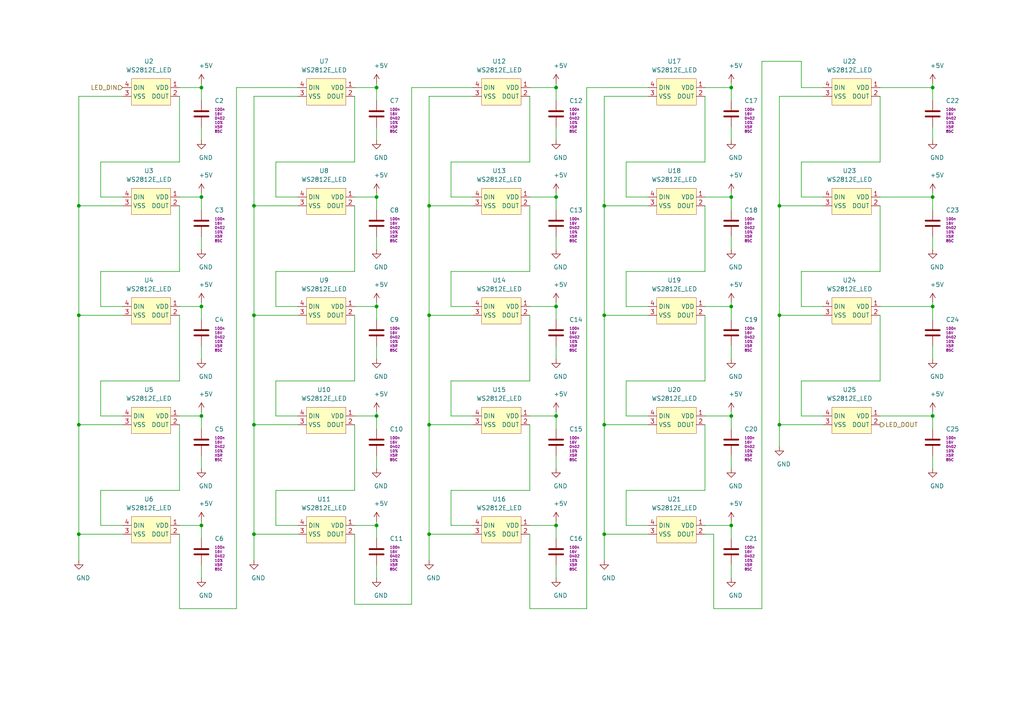
<source format=kicad_sch>
(kicad_sch (version 20201015) (generator eeschema)
  (paper "A4")
  (junction (at 22.86 59.69) (diameter 0.9144))
  (junction (at 22.86 91.44) (diameter 0.9144))
  (junction (at 22.86 123.19) (diameter 0.9144))
  (junction (at 22.86 154.94) (diameter 0.9144))
  (junction (at 58.42 25.4) (diameter 0.9144))
  (junction (at 58.42 57.15) (diameter 0.9144))
  (junction (at 58.42 88.9) (diameter 0.9144))
  (junction (at 58.42 120.65) (diameter 0.9144))
  (junction (at 58.42 152.4) (diameter 0.9144))
  (junction (at 73.66 59.69) (diameter 0.9144))
  (junction (at 73.66 91.44) (diameter 0.9144))
  (junction (at 73.66 123.19) (diameter 0.9144))
  (junction (at 73.66 154.94) (diameter 0.9144))
  (junction (at 109.22 25.4) (diameter 0.9144))
  (junction (at 109.22 57.15) (diameter 0.9144))
  (junction (at 109.22 88.9) (diameter 0.9144))
  (junction (at 109.22 120.65) (diameter 0.9144))
  (junction (at 109.22 152.4) (diameter 0.9144))
  (junction (at 124.46 59.69) (diameter 0.9144))
  (junction (at 124.46 91.44) (diameter 0.9144))
  (junction (at 124.46 123.19) (diameter 0.9144))
  (junction (at 124.46 154.94) (diameter 0.9144))
  (junction (at 161.29 25.4) (diameter 0.9144))
  (junction (at 161.29 57.15) (diameter 0.9144))
  (junction (at 161.29 88.9) (diameter 0.9144))
  (junction (at 161.29 120.65) (diameter 0.9144))
  (junction (at 161.29 152.4) (diameter 0.9144))
  (junction (at 175.26 59.69) (diameter 0.9144))
  (junction (at 175.26 91.44) (diameter 0.9144))
  (junction (at 175.26 123.19) (diameter 0.9144))
  (junction (at 175.26 154.94) (diameter 0.9144))
  (junction (at 212.09 25.4) (diameter 0.9144))
  (junction (at 212.09 57.15) (diameter 0.9144))
  (junction (at 212.09 88.9) (diameter 0.9144))
  (junction (at 212.09 120.65) (diameter 0.9144))
  (junction (at 212.09 152.4) (diameter 0.9144))
  (junction (at 226.06 59.69) (diameter 0.9144))
  (junction (at 226.06 91.44) (diameter 0.9144))
  (junction (at 226.06 123.19) (diameter 0.9144))
  (junction (at 270.51 25.4) (diameter 0.9144))
  (junction (at 270.51 57.15) (diameter 0.9144))
  (junction (at 270.51 88.9) (diameter 0.9144))
  (junction (at 270.51 120.65) (diameter 0.9144))
  (wire (pts (xy 22.86 27.94) (xy 22.86 59.69)))
  (wire (pts (xy 22.86 27.94) (xy 35.56 27.94)))
  (wire (pts (xy 22.86 59.69) (xy 22.86 91.44)))
  (wire (pts (xy 22.86 59.69) (xy 35.56 59.69)))
  (wire (pts (xy 22.86 91.44) (xy 22.86 123.19)))
  (wire (pts (xy 22.86 91.44) (xy 35.56 91.44)))
  (wire (pts (xy 22.86 123.19) (xy 22.86 154.94)))
  (wire (pts (xy 22.86 123.19) (xy 35.56 123.19)))
  (wire (pts (xy 22.86 154.94) (xy 22.86 162.56)))
  (wire (pts (xy 22.86 154.94) (xy 35.56 154.94)))
  (wire (pts (xy 29.21 46.99) (xy 29.21 57.15)))
  (wire (pts (xy 29.21 57.15) (xy 35.56 57.15)))
  (wire (pts (xy 29.21 78.74) (xy 29.21 88.9)))
  (wire (pts (xy 29.21 88.9) (xy 35.56 88.9)))
  (wire (pts (xy 29.21 110.49) (xy 29.21 120.65)))
  (wire (pts (xy 29.21 120.65) (xy 35.56 120.65)))
  (wire (pts (xy 29.21 142.24) (xy 29.21 152.4)))
  (wire (pts (xy 29.21 152.4) (xy 35.56 152.4)))
  (wire (pts (xy 52.07 25.4) (xy 58.42 25.4)))
  (wire (pts (xy 52.07 27.94) (xy 52.07 46.99)))
  (wire (pts (xy 52.07 46.99) (xy 29.21 46.99)))
  (wire (pts (xy 52.07 57.15) (xy 58.42 57.15)))
  (wire (pts (xy 52.07 59.69) (xy 52.07 78.74)))
  (wire (pts (xy 52.07 78.74) (xy 29.21 78.74)))
  (wire (pts (xy 52.07 88.9) (xy 58.42 88.9)))
  (wire (pts (xy 52.07 91.44) (xy 52.07 110.49)))
  (wire (pts (xy 52.07 110.49) (xy 29.21 110.49)))
  (wire (pts (xy 52.07 120.65) (xy 58.42 120.65)))
  (wire (pts (xy 52.07 123.19) (xy 52.07 142.24)))
  (wire (pts (xy 52.07 142.24) (xy 29.21 142.24)))
  (wire (pts (xy 52.07 152.4) (xy 58.42 152.4)))
  (wire (pts (xy 52.07 154.94) (xy 52.07 176.53)))
  (wire (pts (xy 52.07 176.53) (xy 68.58 176.53)))
  (wire (pts (xy 58.42 24.13) (xy 58.42 25.4)))
  (wire (pts (xy 58.42 25.4) (xy 58.42 29.21)))
  (wire (pts (xy 58.42 36.83) (xy 58.42 40.64)))
  (wire (pts (xy 58.42 55.88) (xy 58.42 57.15)))
  (wire (pts (xy 58.42 57.15) (xy 58.42 60.96)))
  (wire (pts (xy 58.42 68.58) (xy 58.42 72.39)))
  (wire (pts (xy 58.42 87.63) (xy 58.42 88.9)))
  (wire (pts (xy 58.42 88.9) (xy 58.42 92.71)))
  (wire (pts (xy 58.42 100.33) (xy 58.42 104.14)))
  (wire (pts (xy 58.42 119.38) (xy 58.42 120.65)))
  (wire (pts (xy 58.42 120.65) (xy 58.42 124.46)))
  (wire (pts (xy 58.42 132.08) (xy 58.42 135.89)))
  (wire (pts (xy 58.42 151.13) (xy 58.42 152.4)))
  (wire (pts (xy 58.42 152.4) (xy 58.42 156.21)))
  (wire (pts (xy 58.42 163.83) (xy 58.42 167.64)))
  (wire (pts (xy 68.58 25.4) (xy 68.58 176.53)))
  (wire (pts (xy 68.58 25.4) (xy 86.36 25.4)))
  (wire (pts (xy 73.66 27.94) (xy 73.66 59.69)))
  (wire (pts (xy 73.66 27.94) (xy 86.36 27.94)))
  (wire (pts (xy 73.66 59.69) (xy 73.66 91.44)))
  (wire (pts (xy 73.66 59.69) (xy 86.36 59.69)))
  (wire (pts (xy 73.66 91.44) (xy 73.66 123.19)))
  (wire (pts (xy 73.66 91.44) (xy 86.36 91.44)))
  (wire (pts (xy 73.66 123.19) (xy 73.66 154.94)))
  (wire (pts (xy 73.66 123.19) (xy 86.36 123.19)))
  (wire (pts (xy 73.66 154.94) (xy 73.66 162.56)))
  (wire (pts (xy 73.66 154.94) (xy 86.36 154.94)))
  (wire (pts (xy 80.01 46.99) (xy 80.01 57.15)))
  (wire (pts (xy 80.01 57.15) (xy 86.36 57.15)))
  (wire (pts (xy 80.01 78.74) (xy 80.01 88.9)))
  (wire (pts (xy 80.01 88.9) (xy 86.36 88.9)))
  (wire (pts (xy 80.01 110.49) (xy 80.01 120.65)))
  (wire (pts (xy 80.01 120.65) (xy 86.36 120.65)))
  (wire (pts (xy 80.01 142.24) (xy 80.01 152.4)))
  (wire (pts (xy 80.01 152.4) (xy 86.36 152.4)))
  (wire (pts (xy 102.87 25.4) (xy 109.22 25.4)))
  (wire (pts (xy 102.87 27.94) (xy 102.87 46.99)))
  (wire (pts (xy 102.87 46.99) (xy 80.01 46.99)))
  (wire (pts (xy 102.87 57.15) (xy 109.22 57.15)))
  (wire (pts (xy 102.87 59.69) (xy 102.87 78.74)))
  (wire (pts (xy 102.87 78.74) (xy 80.01 78.74)))
  (wire (pts (xy 102.87 88.9) (xy 109.22 88.9)))
  (wire (pts (xy 102.87 91.44) (xy 102.87 110.49)))
  (wire (pts (xy 102.87 110.49) (xy 80.01 110.49)))
  (wire (pts (xy 102.87 120.65) (xy 109.22 120.65)))
  (wire (pts (xy 102.87 123.19) (xy 102.87 142.24)))
  (wire (pts (xy 102.87 142.24) (xy 80.01 142.24)))
  (wire (pts (xy 102.87 152.4) (xy 109.22 152.4)))
  (wire (pts (xy 102.87 154.94) (xy 102.87 175.26)))
  (wire (pts (xy 102.87 175.26) (xy 119.38 175.26)))
  (wire (pts (xy 109.22 24.13) (xy 109.22 25.4)))
  (wire (pts (xy 109.22 25.4) (xy 109.22 29.21)))
  (wire (pts (xy 109.22 36.83) (xy 109.22 40.64)))
  (wire (pts (xy 109.22 55.88) (xy 109.22 57.15)))
  (wire (pts (xy 109.22 57.15) (xy 109.22 60.96)))
  (wire (pts (xy 109.22 68.58) (xy 109.22 72.39)))
  (wire (pts (xy 109.22 87.63) (xy 109.22 88.9)))
  (wire (pts (xy 109.22 88.9) (xy 109.22 92.71)))
  (wire (pts (xy 109.22 100.33) (xy 109.22 104.14)))
  (wire (pts (xy 109.22 119.38) (xy 109.22 120.65)))
  (wire (pts (xy 109.22 120.65) (xy 109.22 124.46)))
  (wire (pts (xy 109.22 132.08) (xy 109.22 135.89)))
  (wire (pts (xy 109.22 151.13) (xy 109.22 152.4)))
  (wire (pts (xy 109.22 152.4) (xy 109.22 156.21)))
  (wire (pts (xy 109.22 163.83) (xy 109.22 167.64)))
  (wire (pts (xy 119.38 25.4) (xy 119.38 175.26)))
  (wire (pts (xy 119.38 25.4) (xy 137.16 25.4)))
  (wire (pts (xy 124.46 27.94) (xy 124.46 59.69)))
  (wire (pts (xy 124.46 27.94) (xy 137.16 27.94)))
  (wire (pts (xy 124.46 59.69) (xy 124.46 91.44)))
  (wire (pts (xy 124.46 59.69) (xy 137.16 59.69)))
  (wire (pts (xy 124.46 91.44) (xy 124.46 123.19)))
  (wire (pts (xy 124.46 91.44) (xy 137.16 91.44)))
  (wire (pts (xy 124.46 123.19) (xy 124.46 154.94)))
  (wire (pts (xy 124.46 123.19) (xy 137.16 123.19)))
  (wire (pts (xy 124.46 154.94) (xy 124.46 162.56)))
  (wire (pts (xy 124.46 154.94) (xy 137.16 154.94)))
  (wire (pts (xy 130.81 46.99) (xy 130.81 57.15)))
  (wire (pts (xy 130.81 57.15) (xy 137.16 57.15)))
  (wire (pts (xy 130.81 78.74) (xy 130.81 88.9)))
  (wire (pts (xy 130.81 88.9) (xy 137.16 88.9)))
  (wire (pts (xy 130.81 110.49) (xy 130.81 120.65)))
  (wire (pts (xy 130.81 120.65) (xy 137.16 120.65)))
  (wire (pts (xy 130.81 142.24) (xy 130.81 152.4)))
  (wire (pts (xy 130.81 152.4) (xy 137.16 152.4)))
  (wire (pts (xy 153.67 25.4) (xy 161.29 25.4)))
  (wire (pts (xy 153.67 27.94) (xy 153.67 46.99)))
  (wire (pts (xy 153.67 46.99) (xy 130.81 46.99)))
  (wire (pts (xy 153.67 57.15) (xy 161.29 57.15)))
  (wire (pts (xy 153.67 59.69) (xy 153.67 78.74)))
  (wire (pts (xy 153.67 78.74) (xy 130.81 78.74)))
  (wire (pts (xy 153.67 88.9) (xy 161.29 88.9)))
  (wire (pts (xy 153.67 91.44) (xy 153.67 110.49)))
  (wire (pts (xy 153.67 110.49) (xy 130.81 110.49)))
  (wire (pts (xy 153.67 120.65) (xy 161.29 120.65)))
  (wire (pts (xy 153.67 123.19) (xy 153.67 142.24)))
  (wire (pts (xy 153.67 142.24) (xy 130.81 142.24)))
  (wire (pts (xy 153.67 152.4) (xy 161.29 152.4)))
  (wire (pts (xy 153.67 154.94) (xy 153.67 176.53)))
  (wire (pts (xy 153.67 176.53) (xy 170.18 176.53)))
  (wire (pts (xy 161.29 24.13) (xy 161.29 25.4)))
  (wire (pts (xy 161.29 25.4) (xy 161.29 29.21)))
  (wire (pts (xy 161.29 36.83) (xy 161.29 40.64)))
  (wire (pts (xy 161.29 55.88) (xy 161.29 57.15)))
  (wire (pts (xy 161.29 57.15) (xy 161.29 60.96)))
  (wire (pts (xy 161.29 68.58) (xy 161.29 72.39)))
  (wire (pts (xy 161.29 87.63) (xy 161.29 88.9)))
  (wire (pts (xy 161.29 88.9) (xy 161.29 92.71)))
  (wire (pts (xy 161.29 100.33) (xy 161.29 104.14)))
  (wire (pts (xy 161.29 119.38) (xy 161.29 120.65)))
  (wire (pts (xy 161.29 120.65) (xy 161.29 124.46)))
  (wire (pts (xy 161.29 132.08) (xy 161.29 135.89)))
  (wire (pts (xy 161.29 151.13) (xy 161.29 152.4)))
  (wire (pts (xy 161.29 152.4) (xy 161.29 156.21)))
  (wire (pts (xy 161.29 163.83) (xy 161.29 167.64)))
  (wire (pts (xy 170.18 25.4) (xy 170.18 176.53)))
  (wire (pts (xy 170.18 25.4) (xy 187.96 25.4)))
  (wire (pts (xy 175.26 27.94) (xy 175.26 59.69)))
  (wire (pts (xy 175.26 27.94) (xy 187.96 27.94)))
  (wire (pts (xy 175.26 59.69) (xy 175.26 91.44)))
  (wire (pts (xy 175.26 59.69) (xy 187.96 59.69)))
  (wire (pts (xy 175.26 91.44) (xy 175.26 123.19)))
  (wire (pts (xy 175.26 91.44) (xy 187.96 91.44)))
  (wire (pts (xy 175.26 123.19) (xy 175.26 154.94)))
  (wire (pts (xy 175.26 123.19) (xy 187.96 123.19)))
  (wire (pts (xy 175.26 154.94) (xy 175.26 162.56)))
  (wire (pts (xy 175.26 154.94) (xy 187.96 154.94)))
  (wire (pts (xy 181.61 46.99) (xy 181.61 57.15)))
  (wire (pts (xy 181.61 57.15) (xy 187.96 57.15)))
  (wire (pts (xy 181.61 78.74) (xy 181.61 88.9)))
  (wire (pts (xy 181.61 88.9) (xy 187.96 88.9)))
  (wire (pts (xy 181.61 110.49) (xy 181.61 120.65)))
  (wire (pts (xy 181.61 120.65) (xy 187.96 120.65)))
  (wire (pts (xy 181.61 142.24) (xy 181.61 152.4)))
  (wire (pts (xy 181.61 152.4) (xy 187.96 152.4)))
  (wire (pts (xy 204.47 25.4) (xy 212.09 25.4)))
  (wire (pts (xy 204.47 27.94) (xy 204.47 46.99)))
  (wire (pts (xy 204.47 46.99) (xy 181.61 46.99)))
  (wire (pts (xy 204.47 57.15) (xy 212.09 57.15)))
  (wire (pts (xy 204.47 59.69) (xy 204.47 78.74)))
  (wire (pts (xy 204.47 78.74) (xy 181.61 78.74)))
  (wire (pts (xy 204.47 88.9) (xy 212.09 88.9)))
  (wire (pts (xy 204.47 91.44) (xy 204.47 110.49)))
  (wire (pts (xy 204.47 110.49) (xy 181.61 110.49)))
  (wire (pts (xy 204.47 120.65) (xy 212.09 120.65)))
  (wire (pts (xy 204.47 123.19) (xy 204.47 142.24)))
  (wire (pts (xy 204.47 142.24) (xy 181.61 142.24)))
  (wire (pts (xy 204.47 152.4) (xy 212.09 152.4)))
  (wire (pts (xy 204.47 154.94) (xy 207.01 154.94)))
  (wire (pts (xy 207.01 154.94) (xy 207.01 176.53)))
  (wire (pts (xy 207.01 176.53) (xy 220.98 176.53)))
  (wire (pts (xy 212.09 24.13) (xy 212.09 25.4)))
  (wire (pts (xy 212.09 25.4) (xy 212.09 29.21)))
  (wire (pts (xy 212.09 36.83) (xy 212.09 40.64)))
  (wire (pts (xy 212.09 55.88) (xy 212.09 57.15)))
  (wire (pts (xy 212.09 57.15) (xy 212.09 60.96)))
  (wire (pts (xy 212.09 68.58) (xy 212.09 72.39)))
  (wire (pts (xy 212.09 87.63) (xy 212.09 88.9)))
  (wire (pts (xy 212.09 88.9) (xy 212.09 92.71)))
  (wire (pts (xy 212.09 100.33) (xy 212.09 104.14)))
  (wire (pts (xy 212.09 119.38) (xy 212.09 120.65)))
  (wire (pts (xy 212.09 120.65) (xy 212.09 124.46)))
  (wire (pts (xy 212.09 132.08) (xy 212.09 135.89)))
  (wire (pts (xy 212.09 151.13) (xy 212.09 152.4)))
  (wire (pts (xy 212.09 152.4) (xy 212.09 156.21)))
  (wire (pts (xy 212.09 163.83) (xy 212.09 167.64)))
  (wire (pts (xy 220.98 17.78) (xy 232.41 17.78)))
  (wire (pts (xy 220.98 176.53) (xy 220.98 17.78)))
  (wire (pts (xy 226.06 27.94) (xy 226.06 59.69)))
  (wire (pts (xy 226.06 27.94) (xy 238.76 27.94)))
  (wire (pts (xy 226.06 59.69) (xy 226.06 91.44)))
  (wire (pts (xy 226.06 59.69) (xy 238.76 59.69)))
  (wire (pts (xy 226.06 91.44) (xy 226.06 123.19)))
  (wire (pts (xy 226.06 91.44) (xy 238.76 91.44)))
  (wire (pts (xy 226.06 123.19) (xy 226.06 129.54)))
  (wire (pts (xy 226.06 123.19) (xy 238.76 123.19)))
  (wire (pts (xy 232.41 17.78) (xy 232.41 25.4)))
  (wire (pts (xy 232.41 25.4) (xy 238.76 25.4)))
  (wire (pts (xy 232.41 46.99) (xy 232.41 57.15)))
  (wire (pts (xy 232.41 57.15) (xy 238.76 57.15)))
  (wire (pts (xy 232.41 78.74) (xy 232.41 88.9)))
  (wire (pts (xy 232.41 88.9) (xy 238.76 88.9)))
  (wire (pts (xy 232.41 110.49) (xy 232.41 120.65)))
  (wire (pts (xy 232.41 120.65) (xy 238.76 120.65)))
  (wire (pts (xy 255.27 25.4) (xy 270.51 25.4)))
  (wire (pts (xy 255.27 27.94) (xy 255.27 46.99)))
  (wire (pts (xy 255.27 46.99) (xy 232.41 46.99)))
  (wire (pts (xy 255.27 57.15) (xy 270.51 57.15)))
  (wire (pts (xy 255.27 59.69) (xy 255.27 78.74)))
  (wire (pts (xy 255.27 78.74) (xy 232.41 78.74)))
  (wire (pts (xy 255.27 88.9) (xy 270.51 88.9)))
  (wire (pts (xy 255.27 91.44) (xy 255.27 110.49)))
  (wire (pts (xy 255.27 110.49) (xy 232.41 110.49)))
  (wire (pts (xy 255.27 120.65) (xy 270.51 120.65)))
  (wire (pts (xy 270.51 24.13) (xy 270.51 25.4)))
  (wire (pts (xy 270.51 25.4) (xy 270.51 29.21)))
  (wire (pts (xy 270.51 36.83) (xy 270.51 40.64)))
  (wire (pts (xy 270.51 55.88) (xy 270.51 57.15)))
  (wire (pts (xy 270.51 57.15) (xy 270.51 60.96)))
  (wire (pts (xy 270.51 68.58) (xy 270.51 72.39)))
  (wire (pts (xy 270.51 87.63) (xy 270.51 88.9)))
  (wire (pts (xy 270.51 88.9) (xy 270.51 92.71)))
  (wire (pts (xy 270.51 100.33) (xy 270.51 104.14)))
  (wire (pts (xy 270.51 119.38) (xy 270.51 120.65)))
  (wire (pts (xy 270.51 120.65) (xy 270.51 124.46)))
  (wire (pts (xy 270.51 132.08) (xy 270.51 135.89)))
  (hierarchical_label "LED_DIN" (shape input) (at 35.56 25.4 180))
  (hierarchical_label "LED_DOUT" (shape output) (at 255.27 123.19 0))
  (symbol (lib_id "power:+5V") (at 58.42 24.13 0) (unit 1)
    (property "Reference" "#PWR0113" (effects hide))
    (property "Value" "+5V" (at 59.69 19.05 0))
  )
  (symbol (lib_id "power:+5V") (at 58.42 55.88 0) (unit 1)
    (property "Reference" "#PWR0122" (effects hide))
    (property "Value" "+5V" (at 59.69 50.8 0))
  )
  (symbol (lib_id "power:+5V") (at 58.42 87.63 0) (unit 1)
    (property "Reference" "#PWR0118" (effects hide))
    (property "Value" "+5V" (at 59.69 82.55 0))
  )
  (symbol (lib_id "power:+5V") (at 58.42 119.38 0) (unit 1)
    (property "Reference" "#PWR0121" (effects hide))
    (property "Value" "+5V" (at 59.69 114.3 0))
  )
  (symbol (lib_id "power:+5V") (at 58.42 151.13 0) (unit 1)
    (property "Reference" "#PWR0112" (effects hide))
    (property "Value" "+5V" (at 59.69 146.05 0))
  )
  (symbol (lib_id "power:+5V") (at 109.22 24.13 0) (unit 1)
    (property "Reference" "#PWR0131" (effects hide))
    (property "Value" "+5V" (at 110.49 19.05 0))
  )
  (symbol (lib_id "power:+5V") (at 109.22 55.88 0) (unit 1)
    (property "Reference" "#PWR0133" (effects hide))
    (property "Value" "+5V" (at 110.49 50.8 0))
  )
  (symbol (lib_id "power:+5V") (at 109.22 87.63 0) (unit 1)
    (property "Reference" "#PWR0106" (effects hide))
    (property "Value" "+5V" (at 110.49 82.55 0))
  )
  (symbol (lib_id "power:+5V") (at 109.22 119.38 0) (unit 1)
    (property "Reference" "#PWR0103" (effects hide))
    (property "Value" "+5V" (at 110.49 114.3 0))
  )
  (symbol (lib_id "power:+5V") (at 109.22 151.13 0) (unit 1)
    (property "Reference" "#PWR0115" (effects hide))
    (property "Value" "+5V" (at 110.49 146.05 0))
  )
  (symbol (lib_id "power:+5V") (at 161.29 24.13 0) (unit 1)
    (property "Reference" "#PWR0138" (effects hide))
    (property "Value" "+5V" (at 162.56 19.05 0))
  )
  (symbol (lib_id "power:+5V") (at 161.29 55.88 0) (unit 1)
    (property "Reference" "#PWR0137" (effects hide))
    (property "Value" "+5V" (at 162.56 50.8 0))
  )
  (symbol (lib_id "power:+5V") (at 161.29 87.63 0) (unit 1)
    (property "Reference" "#PWR0123" (effects hide))
    (property "Value" "+5V" (at 162.56 82.55 0))
  )
  (symbol (lib_id "power:+5V") (at 161.29 119.38 0) (unit 1)
    (property "Reference" "#PWR0126" (effects hide))
    (property "Value" "+5V" (at 162.56 114.3 0))
  )
  (symbol (lib_id "power:+5V") (at 161.29 151.13 0) (unit 1)
    (property "Reference" "#PWR0110" (effects hide))
    (property "Value" "+5V" (at 162.56 146.05 0))
  )
  (symbol (lib_id "power:+5V") (at 212.09 24.13 0) (unit 1)
    (property "Reference" "#PWR0142" (effects hide))
    (property "Value" "+5V" (at 213.36 19.05 0))
  )
  (symbol (lib_id "power:+5V") (at 212.09 55.88 0) (unit 1)
    (property "Reference" "#PWR0166" (effects hide))
    (property "Value" "+5V" (at 213.36 50.8 0))
  )
  (symbol (lib_id "power:+5V") (at 212.09 87.63 0) (unit 1)
    (property "Reference" "#PWR0169" (effects hide))
    (property "Value" "+5V" (at 213.36 82.55 0))
  )
  (symbol (lib_id "power:+5V") (at 212.09 119.38 0) (unit 1)
    (property "Reference" "#PWR0172" (effects hide))
    (property "Value" "+5V" (at 213.36 114.3 0))
  )
  (symbol (lib_id "power:+5V") (at 212.09 151.13 0) (unit 1)
    (property "Reference" "#PWR0148" (effects hide))
    (property "Value" "+5V" (at 213.36 146.05 0))
  )
  (symbol (lib_id "power:+5V") (at 270.51 24.13 0) (unit 1)
    (property "Reference" "#PWR0159" (effects hide))
    (property "Value" "+5V" (at 271.78 19.05 0))
  )
  (symbol (lib_id "power:+5V") (at 270.51 55.88 0) (unit 1)
    (property "Reference" "#PWR0161" (effects hide))
    (property "Value" "+5V" (at 271.78 50.8 0))
  )
  (symbol (lib_id "power:+5V") (at 270.51 87.63 0) (unit 1)
    (property "Reference" "#PWR0155" (effects hide))
    (property "Value" "+5V" (at 271.78 82.55 0))
  )
  (symbol (lib_id "power:+5V") (at 270.51 119.38 0) (unit 1)
    (property "Reference" "#PWR0149" (effects hide))
    (property "Value" "+5V" (at 271.78 114.3 0))
  )
  (symbol (lib_id "power:GND") (at 22.86 162.56 0) (unit 1)
    (property "Reference" "#PWR0109" (effects hide))
    (property "Value" "GND" (at 24.13 167.64 0))
  )
  (symbol (lib_id "power:GND") (at 58.42 40.64 0) (unit 1)
    (property "Reference" "#PWR0119" (effects hide))
    (property "Value" "GND" (at 59.69 45.72 0))
  )
  (symbol (lib_id "power:GND") (at 58.42 72.39 0) (unit 1)
    (property "Reference" "#PWR0117" (effects hide))
    (property "Value" "GND" (at 59.69 77.47 0))
  )
  (symbol (lib_id "power:GND") (at 58.42 104.14 0) (unit 1)
    (property "Reference" "#PWR0108" (effects hide))
    (property "Value" "GND" (at 59.69 109.22 0))
  )
  (symbol (lib_id "power:GND") (at 58.42 135.89 0) (unit 1)
    (property "Reference" "#PWR0105" (effects hide))
    (property "Value" "GND" (at 59.69 140.97 0))
  )
  (symbol (lib_id "power:GND") (at 58.42 167.64 0) (unit 1)
    (property "Reference" "#PWR0116" (effects hide))
    (property "Value" "GND" (at 59.69 172.72 0))
  )
  (symbol (lib_id "power:GND") (at 73.66 162.56 0) (unit 1)
    (property "Reference" "#PWR0102" (effects hide))
    (property "Value" "GND" (at 74.93 167.64 0))
  )
  (symbol (lib_id "power:GND") (at 109.22 40.64 0) (unit 1)
    (property "Reference" "#PWR0134" (effects hide))
    (property "Value" "GND" (at 110.49 45.72 0))
  )
  (symbol (lib_id "power:GND") (at 109.22 72.39 0) (unit 1)
    (property "Reference" "#PWR0107" (effects hide))
    (property "Value" "GND" (at 110.49 77.47 0))
  )
  (symbol (lib_id "power:GND") (at 109.22 104.14 0) (unit 1)
    (property "Reference" "#PWR0104" (effects hide))
    (property "Value" "GND" (at 110.49 109.22 0))
  )
  (symbol (lib_id "power:GND") (at 109.22 135.89 0) (unit 1)
    (property "Reference" "#PWR0101" (effects hide))
    (property "Value" "GND" (at 110.49 140.97 0))
  )
  (symbol (lib_id "power:GND") (at 109.22 167.64 0) (unit 1)
    (property "Reference" "#PWR0114" (effects hide))
    (property "Value" "GND" (at 110.49 172.72 0))
  )
  (symbol (lib_id "power:GND") (at 124.46 162.56 0) (unit 1)
    (property "Reference" "#PWR0120" (effects hide))
    (property "Value" "GND" (at 125.73 167.64 0))
  )
  (symbol (lib_id "power:GND") (at 161.29 40.64 0) (unit 1)
    (property "Reference" "#PWR0136" (effects hide))
    (property "Value" "GND" (at 162.56 45.72 0))
  )
  (symbol (lib_id "power:GND") (at 161.29 72.39 0) (unit 1)
    (property "Reference" "#PWR0139" (effects hide))
    (property "Value" "GND" (at 162.56 77.47 0))
  )
  (symbol (lib_id "power:GND") (at 161.29 104.14 0) (unit 1)
    (property "Reference" "#PWR0125" (effects hide))
    (property "Value" "GND" (at 162.56 109.22 0))
  )
  (symbol (lib_id "power:GND") (at 161.29 135.89 0) (unit 1)
    (property "Reference" "#PWR0128" (effects hide))
    (property "Value" "GND" (at 162.56 140.97 0))
  )
  (symbol (lib_id "power:GND") (at 161.29 167.64 0) (unit 1)
    (property "Reference" "#PWR0111" (effects hide))
    (property "Value" "GND" (at 162.56 172.72 0))
  )
  (symbol (lib_id "power:GND") (at 175.26 162.56 0) (unit 1)
    (property "Reference" "#PWR0127" (effects hide))
    (property "Value" "GND" (at 176.53 167.64 0))
  )
  (symbol (lib_id "power:GND") (at 212.09 40.64 0) (unit 1)
    (property "Reference" "#PWR0171" (effects hide))
    (property "Value" "GND" (at 213.36 45.72 0))
  )
  (symbol (lib_id "power:GND") (at 212.09 72.39 0) (unit 1)
    (property "Reference" "#PWR0168" (effects hide))
    (property "Value" "GND" (at 213.36 77.47 0))
  )
  (symbol (lib_id "power:GND") (at 212.09 104.14 0) (unit 1)
    (property "Reference" "#PWR0144" (effects hide))
    (property "Value" "GND" (at 213.36 109.22 0))
  )
  (symbol (lib_id "power:GND") (at 212.09 135.89 0) (unit 1)
    (property "Reference" "#PWR0146" (effects hide))
    (property "Value" "GND" (at 213.36 140.97 0))
  )
  (symbol (lib_id "power:GND") (at 212.09 167.64 0) (unit 1)
    (property "Reference" "#PWR0147" (effects hide))
    (property "Value" "GND" (at 213.36 172.72 0))
  )
  (symbol (lib_id "power:GND") (at 226.06 129.54 0) (unit 1)
    (property "Reference" "#PWR0124" (effects hide))
    (property "Value" "GND" (at 227.33 134.62 0))
  )
  (symbol (lib_id "power:GND") (at 270.51 40.64 0) (unit 1)
    (property "Reference" "#PWR0164" (effects hide))
    (property "Value" "GND" (at 271.78 45.72 0))
  )
  (symbol (lib_id "power:GND") (at 270.51 72.39 0) (unit 1)
    (property "Reference" "#PWR0156" (effects hide))
    (property "Value" "GND" (at 271.78 77.47 0))
  )
  (symbol (lib_id "power:GND") (at 270.51 104.14 0) (unit 1)
    (property "Reference" "#PWR0150" (effects hide))
    (property "Value" "GND" (at 271.78 109.22 0))
  )
  (symbol (lib_id "power:GND") (at 270.51 135.89 0) (unit 1)
    (property "Reference" "#PWR0153" (effects hide))
    (property "Value" "GND" (at 271.78 140.97 0))
  )
  (symbol (lib_id "jer_Samsung_MLCC_0402:C,100n,16V,0402,10%,X5R,85C") (at 58.42 33.02 180) (unit 1)
    (property "Reference" "C2" (at 62.23 29.21 0) (effects (justify right)))
    (property "Value" "C,100n,16V,0402,10%,X5R,85C" (effects hide))
    (property "Footprint" "Capacitor_SMD:C_0402_1005Metric" (effects hide))
    (property "P0_Value" "100n" (at 62.23 31.75 0) (effects (font (size 0.762 0.762)) (justify right)))
    (property "P1_Voltage" "16V" (at 62.23 33.02 0) (effects (font (size 0.762 0.762)) (justify right)))
    (property "P2_Package" "0402" (at 62.23 34.29 0) (effects (font (size 0.762 0.762)) (justify right)))
    (property "P3_Tolerance" "10%" (at 62.23 35.56 0) (effects (font (size 0.762 0.762)) (justify right)))
    (property "P4_Tempco" "X5R" (at 62.23 36.83 0) (effects (font (size 0.762 0.762)) (justify right)))
    (property "P5_Maxtemp" "85C" (at 62.23 38.1 0) (effects (font (size 0.762 0.762)) (justify right)))
    (property "MFG" "Samsung" (effects hide))
    (property "MFG PN" "CL05A104KO5NNNC" (effects hide))
    (property "Digikey" "1276-1234-1-ND" (effects hide))
    (property "LCSC" "C1525" (effects hide))
  )
  (symbol (lib_id "jer_Samsung_MLCC_0402:C,100n,16V,0402,10%,X5R,85C") (at 58.42 64.77 180) (unit 1)
    (property "Reference" "C3" (at 62.23 60.96 0) (effects (justify right)))
    (property "Value" "C,100n,16V,0402,10%,X5R,85C" (effects hide))
    (property "Footprint" "Capacitor_SMD:C_0402_1005Metric" (effects hide))
    (property "P0_Value" "100n" (at 62.23 63.5 0) (effects (font (size 0.762 0.762)) (justify right)))
    (property "P1_Voltage" "16V" (at 62.23 64.77 0) (effects (font (size 0.762 0.762)) (justify right)))
    (property "P2_Package" "0402" (at 62.23 66.04 0) (effects (font (size 0.762 0.762)) (justify right)))
    (property "P3_Tolerance" "10%" (at 62.23 67.31 0) (effects (font (size 0.762 0.762)) (justify right)))
    (property "P4_Tempco" "X5R" (at 62.23 68.58 0) (effects (font (size 0.762 0.762)) (justify right)))
    (property "P5_Maxtemp" "85C" (at 62.23 69.85 0) (effects (font (size 0.762 0.762)) (justify right)))
    (property "MFG" "Samsung" (effects hide))
    (property "MFG PN" "CL05A104KO5NNNC" (effects hide))
    (property "Digikey" "1276-1234-1-ND" (effects hide))
    (property "LCSC" "C1525" (effects hide))
  )
  (symbol (lib_id "jer_Samsung_MLCC_0402:C,100n,16V,0402,10%,X5R,85C") (at 58.42 96.52 180) (unit 1)
    (property "Reference" "C4" (at 62.23 92.71 0) (effects (justify right)))
    (property "Value" "C,100n,16V,0402,10%,X5R,85C" (effects hide))
    (property "Footprint" "Capacitor_SMD:C_0402_1005Metric" (effects hide))
    (property "P0_Value" "100n" (at 62.23 95.25 0) (effects (font (size 0.762 0.762)) (justify right)))
    (property "P1_Voltage" "16V" (at 62.23 96.52 0) (effects (font (size 0.762 0.762)) (justify right)))
    (property "P2_Package" "0402" (at 62.23 97.79 0) (effects (font (size 0.762 0.762)) (justify right)))
    (property "P3_Tolerance" "10%" (at 62.23 99.06 0) (effects (font (size 0.762 0.762)) (justify right)))
    (property "P4_Tempco" "X5R" (at 62.23 100.33 0) (effects (font (size 0.762 0.762)) (justify right)))
    (property "P5_Maxtemp" "85C" (at 62.23 101.6 0) (effects (font (size 0.762 0.762)) (justify right)))
    (property "MFG" "Samsung" (effects hide))
    (property "MFG PN" "CL05A104KO5NNNC" (effects hide))
    (property "Digikey" "1276-1234-1-ND" (effects hide))
    (property "LCSC" "C1525" (effects hide))
  )
  (symbol (lib_id "jer_Samsung_MLCC_0402:C,100n,16V,0402,10%,X5R,85C") (at 58.42 128.27 180) (unit 1)
    (property "Reference" "C5" (at 62.23 124.46 0) (effects (justify right)))
    (property "Value" "C,100n,16V,0402,10%,X5R,85C" (effects hide))
    (property "Footprint" "Capacitor_SMD:C_0402_1005Metric" (effects hide))
    (property "P0_Value" "100n" (at 62.23 127 0) (effects (font (size 0.762 0.762)) (justify right)))
    (property "P1_Voltage" "16V" (at 62.23 128.27 0) (effects (font (size 0.762 0.762)) (justify right)))
    (property "P2_Package" "0402" (at 62.23 129.54 0) (effects (font (size 0.762 0.762)) (justify right)))
    (property "P3_Tolerance" "10%" (at 62.23 130.81 0) (effects (font (size 0.762 0.762)) (justify right)))
    (property "P4_Tempco" "X5R" (at 62.23 132.08 0) (effects (font (size 0.762 0.762)) (justify right)))
    (property "P5_Maxtemp" "85C" (at 62.23 133.35 0) (effects (font (size 0.762 0.762)) (justify right)))
    (property "MFG" "Samsung" (effects hide))
    (property "MFG PN" "CL05A104KO5NNNC" (effects hide))
    (property "Digikey" "1276-1234-1-ND" (effects hide))
    (property "LCSC" "C1525" (effects hide))
  )
  (symbol (lib_id "jer_Samsung_MLCC_0402:C,100n,16V,0402,10%,X5R,85C") (at 58.42 160.02 180) (unit 1)
    (property "Reference" "C6" (at 62.23 156.21 0) (effects (justify right)))
    (property "Value" "C,100n,16V,0402,10%,X5R,85C" (effects hide))
    (property "Footprint" "Capacitor_SMD:C_0402_1005Metric" (effects hide))
    (property "P0_Value" "100n" (at 62.23 158.75 0) (effects (font (size 0.762 0.762)) (justify right)))
    (property "P1_Voltage" "16V" (at 62.23 160.02 0) (effects (font (size 0.762 0.762)) (justify right)))
    (property "P2_Package" "0402" (at 62.23 161.29 0) (effects (font (size 0.762 0.762)) (justify right)))
    (property "P3_Tolerance" "10%" (at 62.23 162.56 0) (effects (font (size 0.762 0.762)) (justify right)))
    (property "P4_Tempco" "X5R" (at 62.23 163.83 0) (effects (font (size 0.762 0.762)) (justify right)))
    (property "P5_Maxtemp" "85C" (at 62.23 165.1 0) (effects (font (size 0.762 0.762)) (justify right)))
    (property "MFG" "Samsung" (effects hide))
    (property "MFG PN" "CL05A104KO5NNNC" (effects hide))
    (property "Digikey" "1276-1234-1-ND" (effects hide))
    (property "LCSC" "C1525" (effects hide))
  )
  (symbol (lib_id "jer_Samsung_MLCC_0402:C,100n,16V,0402,10%,X5R,85C") (at 109.22 33.02 180) (unit 1)
    (property "Reference" "C7" (at 113.03 29.21 0) (effects (justify right)))
    (property "Value" "C,100n,16V,0402,10%,X5R,85C" (effects hide))
    (property "Footprint" "Capacitor_SMD:C_0402_1005Metric" (effects hide))
    (property "P0_Value" "100n" (at 113.03 31.75 0) (effects (font (size 0.762 0.762)) (justify right)))
    (property "P1_Voltage" "16V" (at 113.03 33.02 0) (effects (font (size 0.762 0.762)) (justify right)))
    (property "P2_Package" "0402" (at 113.03 34.29 0) (effects (font (size 0.762 0.762)) (justify right)))
    (property "P3_Tolerance" "10%" (at 113.03 35.56 0) (effects (font (size 0.762 0.762)) (justify right)))
    (property "P4_Tempco" "X5R" (at 113.03 36.83 0) (effects (font (size 0.762 0.762)) (justify right)))
    (property "P5_Maxtemp" "85C" (at 113.03 38.1 0) (effects (font (size 0.762 0.762)) (justify right)))
    (property "MFG" "Samsung" (effects hide))
    (property "MFG PN" "CL05A104KO5NNNC" (effects hide))
    (property "Digikey" "1276-1234-1-ND" (effects hide))
    (property "LCSC" "C1525" (effects hide))
  )
  (symbol (lib_id "jer_Samsung_MLCC_0402:C,100n,16V,0402,10%,X5R,85C") (at 109.22 64.77 180) (unit 1)
    (property "Reference" "C8" (at 113.03 60.96 0) (effects (justify right)))
    (property "Value" "C,100n,16V,0402,10%,X5R,85C" (effects hide))
    (property "Footprint" "Capacitor_SMD:C_0402_1005Metric" (effects hide))
    (property "P0_Value" "100n" (at 113.03 63.5 0) (effects (font (size 0.762 0.762)) (justify right)))
    (property "P1_Voltage" "16V" (at 113.03 64.77 0) (effects (font (size 0.762 0.762)) (justify right)))
    (property "P2_Package" "0402" (at 113.03 66.04 0) (effects (font (size 0.762 0.762)) (justify right)))
    (property "P3_Tolerance" "10%" (at 113.03 67.31 0) (effects (font (size 0.762 0.762)) (justify right)))
    (property "P4_Tempco" "X5R" (at 113.03 68.58 0) (effects (font (size 0.762 0.762)) (justify right)))
    (property "P5_Maxtemp" "85C" (at 113.03 69.85 0) (effects (font (size 0.762 0.762)) (justify right)))
    (property "MFG" "Samsung" (effects hide))
    (property "MFG PN" "CL05A104KO5NNNC" (effects hide))
    (property "Digikey" "1276-1234-1-ND" (effects hide))
    (property "LCSC" "C1525" (effects hide))
  )
  (symbol (lib_id "jer_Samsung_MLCC_0402:C,100n,16V,0402,10%,X5R,85C") (at 109.22 96.52 180) (unit 1)
    (property "Reference" "C9" (at 113.03 92.71 0) (effects (justify right)))
    (property "Value" "C,100n,16V,0402,10%,X5R,85C" (effects hide))
    (property "Footprint" "Capacitor_SMD:C_0402_1005Metric" (effects hide))
    (property "P0_Value" "100n" (at 113.03 95.25 0) (effects (font (size 0.762 0.762)) (justify right)))
    (property "P1_Voltage" "16V" (at 113.03 96.52 0) (effects (font (size 0.762 0.762)) (justify right)))
    (property "P2_Package" "0402" (at 113.03 97.79 0) (effects (font (size 0.762 0.762)) (justify right)))
    (property "P3_Tolerance" "10%" (at 113.03 99.06 0) (effects (font (size 0.762 0.762)) (justify right)))
    (property "P4_Tempco" "X5R" (at 113.03 100.33 0) (effects (font (size 0.762 0.762)) (justify right)))
    (property "P5_Maxtemp" "85C" (at 113.03 101.6 0) (effects (font (size 0.762 0.762)) (justify right)))
    (property "MFG" "Samsung" (effects hide))
    (property "MFG PN" "CL05A104KO5NNNC" (effects hide))
    (property "Digikey" "1276-1234-1-ND" (effects hide))
    (property "LCSC" "C1525" (effects hide))
  )
  (symbol (lib_id "jer_Samsung_MLCC_0402:C,100n,16V,0402,10%,X5R,85C") (at 109.22 128.27 180) (unit 1)
    (property "Reference" "C10" (at 113.03 124.46 0) (effects (justify right)))
    (property "Value" "C,100n,16V,0402,10%,X5R,85C" (effects hide))
    (property "Footprint" "Capacitor_SMD:C_0402_1005Metric" (effects hide))
    (property "P0_Value" "100n" (at 113.03 127 0) (effects (font (size 0.762 0.762)) (justify right)))
    (property "P1_Voltage" "16V" (at 113.03 128.27 0) (effects (font (size 0.762 0.762)) (justify right)))
    (property "P2_Package" "0402" (at 113.03 129.54 0) (effects (font (size 0.762 0.762)) (justify right)))
    (property "P3_Tolerance" "10%" (at 113.03 130.81 0) (effects (font (size 0.762 0.762)) (justify right)))
    (property "P4_Tempco" "X5R" (at 113.03 132.08 0) (effects (font (size 0.762 0.762)) (justify right)))
    (property "P5_Maxtemp" "85C" (at 113.03 133.35 0) (effects (font (size 0.762 0.762)) (justify right)))
    (property "MFG" "Samsung" (effects hide))
    (property "MFG PN" "CL05A104KO5NNNC" (effects hide))
    (property "Digikey" "1276-1234-1-ND" (effects hide))
    (property "LCSC" "C1525" (effects hide))
  )
  (symbol (lib_id "jer_Samsung_MLCC_0402:C,100n,16V,0402,10%,X5R,85C") (at 109.22 160.02 180) (unit 1)
    (property "Reference" "C11" (at 113.03 156.21 0) (effects (justify right)))
    (property "Value" "C,100n,16V,0402,10%,X5R,85C" (effects hide))
    (property "Footprint" "Capacitor_SMD:C_0402_1005Metric" (effects hide))
    (property "P0_Value" "100n" (at 113.03 158.75 0) (effects (font (size 0.762 0.762)) (justify right)))
    (property "P1_Voltage" "16V" (at 113.03 160.02 0) (effects (font (size 0.762 0.762)) (justify right)))
    (property "P2_Package" "0402" (at 113.03 161.29 0) (effects (font (size 0.762 0.762)) (justify right)))
    (property "P3_Tolerance" "10%" (at 113.03 162.56 0) (effects (font (size 0.762 0.762)) (justify right)))
    (property "P4_Tempco" "X5R" (at 113.03 163.83 0) (effects (font (size 0.762 0.762)) (justify right)))
    (property "P5_Maxtemp" "85C" (at 113.03 165.1 0) (effects (font (size 0.762 0.762)) (justify right)))
    (property "MFG" "Samsung" (effects hide))
    (property "MFG PN" "CL05A104KO5NNNC" (effects hide))
    (property "Digikey" "1276-1234-1-ND" (effects hide))
    (property "LCSC" "C1525" (effects hide))
  )
  (symbol (lib_id "jer_Samsung_MLCC_0402:C,100n,16V,0402,10%,X5R,85C") (at 161.29 33.02 180) (unit 1)
    (property "Reference" "C12" (at 165.1 29.21 0) (effects (justify right)))
    (property "Value" "C,100n,16V,0402,10%,X5R,85C" (effects hide))
    (property "Footprint" "Capacitor_SMD:C_0402_1005Metric" (effects hide))
    (property "P0_Value" "100n" (at 165.1 31.75 0) (effects (font (size 0.762 0.762)) (justify right)))
    (property "P1_Voltage" "16V" (at 165.1 33.02 0) (effects (font (size 0.762 0.762)) (justify right)))
    (property "P2_Package" "0402" (at 165.1 34.29 0) (effects (font (size 0.762 0.762)) (justify right)))
    (property "P3_Tolerance" "10%" (at 165.1 35.56 0) (effects (font (size 0.762 0.762)) (justify right)))
    (property "P4_Tempco" "X5R" (at 165.1 36.83 0) (effects (font (size 0.762 0.762)) (justify right)))
    (property "P5_Maxtemp" "85C" (at 165.1 38.1 0) (effects (font (size 0.762 0.762)) (justify right)))
    (property "MFG" "Samsung" (effects hide))
    (property "MFG PN" "CL05A104KO5NNNC" (effects hide))
    (property "Digikey" "1276-1234-1-ND" (effects hide))
    (property "LCSC" "C1525" (effects hide))
  )
  (symbol (lib_id "jer_Samsung_MLCC_0402:C,100n,16V,0402,10%,X5R,85C") (at 161.29 64.77 180) (unit 1)
    (property "Reference" "C13" (at 165.1 60.96 0) (effects (justify right)))
    (property "Value" "C,100n,16V,0402,10%,X5R,85C" (effects hide))
    (property "Footprint" "Capacitor_SMD:C_0402_1005Metric" (effects hide))
    (property "P0_Value" "100n" (at 165.1 63.5 0) (effects (font (size 0.762 0.762)) (justify right)))
    (property "P1_Voltage" "16V" (at 165.1 64.77 0) (effects (font (size 0.762 0.762)) (justify right)))
    (property "P2_Package" "0402" (at 165.1 66.04 0) (effects (font (size 0.762 0.762)) (justify right)))
    (property "P3_Tolerance" "10%" (at 165.1 67.31 0) (effects (font (size 0.762 0.762)) (justify right)))
    (property "P4_Tempco" "X5R" (at 165.1 68.58 0) (effects (font (size 0.762 0.762)) (justify right)))
    (property "P5_Maxtemp" "85C" (at 165.1 69.85 0) (effects (font (size 0.762 0.762)) (justify right)))
    (property "MFG" "Samsung" (effects hide))
    (property "MFG PN" "CL05A104KO5NNNC" (effects hide))
    (property "Digikey" "1276-1234-1-ND" (effects hide))
    (property "LCSC" "C1525" (effects hide))
  )
  (symbol (lib_id "jer_Samsung_MLCC_0402:C,100n,16V,0402,10%,X5R,85C") (at 161.29 96.52 180) (unit 1)
    (property "Reference" "C14" (at 165.1 92.71 0) (effects (justify right)))
    (property "Value" "C,100n,16V,0402,10%,X5R,85C" (effects hide))
    (property "Footprint" "Capacitor_SMD:C_0402_1005Metric" (effects hide))
    (property "P0_Value" "100n" (at 165.1 95.25 0) (effects (font (size 0.762 0.762)) (justify right)))
    (property "P1_Voltage" "16V" (at 165.1 96.52 0) (effects (font (size 0.762 0.762)) (justify right)))
    (property "P2_Package" "0402" (at 165.1 97.79 0) (effects (font (size 0.762 0.762)) (justify right)))
    (property "P3_Tolerance" "10%" (at 165.1 99.06 0) (effects (font (size 0.762 0.762)) (justify right)))
    (property "P4_Tempco" "X5R" (at 165.1 100.33 0) (effects (font (size 0.762 0.762)) (justify right)))
    (property "P5_Maxtemp" "85C" (at 165.1 101.6 0) (effects (font (size 0.762 0.762)) (justify right)))
    (property "MFG" "Samsung" (effects hide))
    (property "MFG PN" "CL05A104KO5NNNC" (effects hide))
    (property "Digikey" "1276-1234-1-ND" (effects hide))
    (property "LCSC" "C1525" (effects hide))
  )
  (symbol (lib_id "jer_Samsung_MLCC_0402:C,100n,16V,0402,10%,X5R,85C") (at 161.29 128.27 180) (unit 1)
    (property "Reference" "C15" (at 165.1 124.46 0) (effects (justify right)))
    (property "Value" "C,100n,16V,0402,10%,X5R,85C" (effects hide))
    (property "Footprint" "Capacitor_SMD:C_0402_1005Metric" (effects hide))
    (property "P0_Value" "100n" (at 165.1 127 0) (effects (font (size 0.762 0.762)) (justify right)))
    (property "P1_Voltage" "16V" (at 165.1 128.27 0) (effects (font (size 0.762 0.762)) (justify right)))
    (property "P2_Package" "0402" (at 165.1 129.54 0) (effects (font (size 0.762 0.762)) (justify right)))
    (property "P3_Tolerance" "10%" (at 165.1 130.81 0) (effects (font (size 0.762 0.762)) (justify right)))
    (property "P4_Tempco" "X5R" (at 165.1 132.08 0) (effects (font (size 0.762 0.762)) (justify right)))
    (property "P5_Maxtemp" "85C" (at 165.1 133.35 0) (effects (font (size 0.762 0.762)) (justify right)))
    (property "MFG" "Samsung" (effects hide))
    (property "MFG PN" "CL05A104KO5NNNC" (effects hide))
    (property "Digikey" "1276-1234-1-ND" (effects hide))
    (property "LCSC" "C1525" (effects hide))
  )
  (symbol (lib_id "jer_Samsung_MLCC_0402:C,100n,16V,0402,10%,X5R,85C") (at 161.29 160.02 180) (unit 1)
    (property "Reference" "C16" (at 165.1 156.21 0) (effects (justify right)))
    (property "Value" "C,100n,16V,0402,10%,X5R,85C" (effects hide))
    (property "Footprint" "Capacitor_SMD:C_0402_1005Metric" (effects hide))
    (property "P0_Value" "100n" (at 165.1 158.75 0) (effects (font (size 0.762 0.762)) (justify right)))
    (property "P1_Voltage" "16V" (at 165.1 160.02 0) (effects (font (size 0.762 0.762)) (justify right)))
    (property "P2_Package" "0402" (at 165.1 161.29 0) (effects (font (size 0.762 0.762)) (justify right)))
    (property "P3_Tolerance" "10%" (at 165.1 162.56 0) (effects (font (size 0.762 0.762)) (justify right)))
    (property "P4_Tempco" "X5R" (at 165.1 163.83 0) (effects (font (size 0.762 0.762)) (justify right)))
    (property "P5_Maxtemp" "85C" (at 165.1 165.1 0) (effects (font (size 0.762 0.762)) (justify right)))
    (property "MFG" "Samsung" (effects hide))
    (property "MFG PN" "CL05A104KO5NNNC" (effects hide))
    (property "Digikey" "1276-1234-1-ND" (effects hide))
    (property "LCSC" "C1525" (effects hide))
  )
  (symbol (lib_id "jer_Samsung_MLCC_0402:C,100n,16V,0402,10%,X5R,85C") (at 212.09 33.02 180) (unit 1)
    (property "Reference" "C17" (at 215.9 29.21 0) (effects (justify right)))
    (property "Value" "C,100n,16V,0402,10%,X5R,85C" (effects hide))
    (property "Footprint" "Capacitor_SMD:C_0402_1005Metric" (effects hide))
    (property "P0_Value" "100n" (at 215.9 31.75 0) (effects (font (size 0.762 0.762)) (justify right)))
    (property "P1_Voltage" "16V" (at 215.9 33.02 0) (effects (font (size 0.762 0.762)) (justify right)))
    (property "P2_Package" "0402" (at 215.9 34.29 0) (effects (font (size 0.762 0.762)) (justify right)))
    (property "P3_Tolerance" "10%" (at 215.9 35.56 0) (effects (font (size 0.762 0.762)) (justify right)))
    (property "P4_Tempco" "X5R" (at 215.9 36.83 0) (effects (font (size 0.762 0.762)) (justify right)))
    (property "P5_Maxtemp" "85C" (at 215.9 38.1 0) (effects (font (size 0.762 0.762)) (justify right)))
    (property "MFG" "Samsung" (effects hide))
    (property "MFG PN" "CL05A104KO5NNNC" (effects hide))
    (property "Digikey" "1276-1234-1-ND" (effects hide))
    (property "LCSC" "C1525" (effects hide))
  )
  (symbol (lib_id "jer_Samsung_MLCC_0402:C,100n,16V,0402,10%,X5R,85C") (at 212.09 64.77 180) (unit 1)
    (property "Reference" "C18" (at 215.9 60.96 0) (effects (justify right)))
    (property "Value" "C,100n,16V,0402,10%,X5R,85C" (effects hide))
    (property "Footprint" "Capacitor_SMD:C_0402_1005Metric" (effects hide))
    (property "P0_Value" "100n" (at 215.9 63.5 0) (effects (font (size 0.762 0.762)) (justify right)))
    (property "P1_Voltage" "16V" (at 215.9 64.77 0) (effects (font (size 0.762 0.762)) (justify right)))
    (property "P2_Package" "0402" (at 215.9 66.04 0) (effects (font (size 0.762 0.762)) (justify right)))
    (property "P3_Tolerance" "10%" (at 215.9 67.31 0) (effects (font (size 0.762 0.762)) (justify right)))
    (property "P4_Tempco" "X5R" (at 215.9 68.58 0) (effects (font (size 0.762 0.762)) (justify right)))
    (property "P5_Maxtemp" "85C" (at 215.9 69.85 0) (effects (font (size 0.762 0.762)) (justify right)))
    (property "MFG" "Samsung" (effects hide))
    (property "MFG PN" "CL05A104KO5NNNC" (effects hide))
    (property "Digikey" "1276-1234-1-ND" (effects hide))
    (property "LCSC" "C1525" (effects hide))
  )
  (symbol (lib_id "jer_Samsung_MLCC_0402:C,100n,16V,0402,10%,X5R,85C") (at 212.09 96.52 180) (unit 1)
    (property "Reference" "C19" (at 215.9 92.71 0) (effects (justify right)))
    (property "Value" "C,100n,16V,0402,10%,X5R,85C" (effects hide))
    (property "Footprint" "Capacitor_SMD:C_0402_1005Metric" (effects hide))
    (property "P0_Value" "100n" (at 215.9 95.25 0) (effects (font (size 0.762 0.762)) (justify right)))
    (property "P1_Voltage" "16V" (at 215.9 96.52 0) (effects (font (size 0.762 0.762)) (justify right)))
    (property "P2_Package" "0402" (at 215.9 97.79 0) (effects (font (size 0.762 0.762)) (justify right)))
    (property "P3_Tolerance" "10%" (at 215.9 99.06 0) (effects (font (size 0.762 0.762)) (justify right)))
    (property "P4_Tempco" "X5R" (at 215.9 100.33 0) (effects (font (size 0.762 0.762)) (justify right)))
    (property "P5_Maxtemp" "85C" (at 215.9 101.6 0) (effects (font (size 0.762 0.762)) (justify right)))
    (property "MFG" "Samsung" (effects hide))
    (property "MFG PN" "CL05A104KO5NNNC" (effects hide))
    (property "Digikey" "1276-1234-1-ND" (effects hide))
    (property "LCSC" "C1525" (effects hide))
  )
  (symbol (lib_id "jer_Samsung_MLCC_0402:C,100n,16V,0402,10%,X5R,85C") (at 212.09 128.27 180) (unit 1)
    (property "Reference" "C20" (at 215.9 124.46 0) (effects (justify right)))
    (property "Value" "C,100n,16V,0402,10%,X5R,85C" (effects hide))
    (property "Footprint" "Capacitor_SMD:C_0402_1005Metric" (effects hide))
    (property "P0_Value" "100n" (at 215.9 127 0) (effects (font (size 0.762 0.762)) (justify right)))
    (property "P1_Voltage" "16V" (at 215.9 128.27 0) (effects (font (size 0.762 0.762)) (justify right)))
    (property "P2_Package" "0402" (at 215.9 129.54 0) (effects (font (size 0.762 0.762)) (justify right)))
    (property "P3_Tolerance" "10%" (at 215.9 130.81 0) (effects (font (size 0.762 0.762)) (justify right)))
    (property "P4_Tempco" "X5R" (at 215.9 132.08 0) (effects (font (size 0.762 0.762)) (justify right)))
    (property "P5_Maxtemp" "85C" (at 215.9 133.35 0) (effects (font (size 0.762 0.762)) (justify right)))
    (property "MFG" "Samsung" (effects hide))
    (property "MFG PN" "CL05A104KO5NNNC" (effects hide))
    (property "Digikey" "1276-1234-1-ND" (effects hide))
    (property "LCSC" "C1525" (effects hide))
  )
  (symbol (lib_id "jer_Samsung_MLCC_0402:C,100n,16V,0402,10%,X5R,85C") (at 212.09 160.02 180) (unit 1)
    (property "Reference" "C21" (at 215.9 156.21 0) (effects (justify right)))
    (property "Value" "C,100n,16V,0402,10%,X5R,85C" (effects hide))
    (property "Footprint" "Capacitor_SMD:C_0402_1005Metric" (effects hide))
    (property "P0_Value" "100n" (at 215.9 158.75 0) (effects (font (size 0.762 0.762)) (justify right)))
    (property "P1_Voltage" "16V" (at 215.9 160.02 0) (effects (font (size 0.762 0.762)) (justify right)))
    (property "P2_Package" "0402" (at 215.9 161.29 0) (effects (font (size 0.762 0.762)) (justify right)))
    (property "P3_Tolerance" "10%" (at 215.9 162.56 0) (effects (font (size 0.762 0.762)) (justify right)))
    (property "P4_Tempco" "X5R" (at 215.9 163.83 0) (effects (font (size 0.762 0.762)) (justify right)))
    (property "P5_Maxtemp" "85C" (at 215.9 165.1 0) (effects (font (size 0.762 0.762)) (justify right)))
    (property "MFG" "Samsung" (effects hide))
    (property "MFG PN" "CL05A104KO5NNNC" (effects hide))
    (property "Digikey" "1276-1234-1-ND" (effects hide))
    (property "LCSC" "C1525" (effects hide))
  )
  (symbol (lib_id "jer_Samsung_MLCC_0402:C,100n,16V,0402,10%,X5R,85C") (at 270.51 33.02 180) (unit 1)
    (property "Reference" "C22" (at 274.32 29.21 0) (effects (justify right)))
    (property "Value" "C,100n,16V,0402,10%,X5R,85C" (effects hide))
    (property "Footprint" "Capacitor_SMD:C_0402_1005Metric" (effects hide))
    (property "P0_Value" "100n" (at 274.32 31.75 0) (effects (font (size 0.762 0.762)) (justify right)))
    (property "P1_Voltage" "16V" (at 274.32 33.02 0) (effects (font (size 0.762 0.762)) (justify right)))
    (property "P2_Package" "0402" (at 274.32 34.29 0) (effects (font (size 0.762 0.762)) (justify right)))
    (property "P3_Tolerance" "10%" (at 274.32 35.56 0) (effects (font (size 0.762 0.762)) (justify right)))
    (property "P4_Tempco" "X5R" (at 274.32 36.83 0) (effects (font (size 0.762 0.762)) (justify right)))
    (property "P5_Maxtemp" "85C" (at 274.32 38.1 0) (effects (font (size 0.762 0.762)) (justify right)))
    (property "MFG" "Samsung" (effects hide))
    (property "MFG PN" "CL05A104KO5NNNC" (effects hide))
    (property "Digikey" "1276-1234-1-ND" (effects hide))
    (property "LCSC" "C1525" (effects hide))
  )
  (symbol (lib_id "jer_Samsung_MLCC_0402:C,100n,16V,0402,10%,X5R,85C") (at 270.51 64.77 180) (unit 1)
    (property "Reference" "C23" (at 274.32 60.96 0) (effects (justify right)))
    (property "Value" "C,100n,16V,0402,10%,X5R,85C" (effects hide))
    (property "Footprint" "Capacitor_SMD:C_0402_1005Metric" (effects hide))
    (property "P0_Value" "100n" (at 274.32 63.5 0) (effects (font (size 0.762 0.762)) (justify right)))
    (property "P1_Voltage" "16V" (at 274.32 64.77 0) (effects (font (size 0.762 0.762)) (justify right)))
    (property "P2_Package" "0402" (at 274.32 66.04 0) (effects (font (size 0.762 0.762)) (justify right)))
    (property "P3_Tolerance" "10%" (at 274.32 67.31 0) (effects (font (size 0.762 0.762)) (justify right)))
    (property "P4_Tempco" "X5R" (at 274.32 68.58 0) (effects (font (size 0.762 0.762)) (justify right)))
    (property "P5_Maxtemp" "85C" (at 274.32 69.85 0) (effects (font (size 0.762 0.762)) (justify right)))
    (property "MFG" "Samsung" (effects hide))
    (property "MFG PN" "CL05A104KO5NNNC" (effects hide))
    (property "Digikey" "1276-1234-1-ND" (effects hide))
    (property "LCSC" "C1525" (effects hide))
  )
  (symbol (lib_id "jer_Samsung_MLCC_0402:C,100n,16V,0402,10%,X5R,85C") (at 270.51 96.52 180) (unit 1)
    (property "Reference" "C24" (at 274.32 92.71 0) (effects (justify right)))
    (property "Value" "C,100n,16V,0402,10%,X5R,85C" (effects hide))
    (property "Footprint" "Capacitor_SMD:C_0402_1005Metric" (effects hide))
    (property "P0_Value" "100n" (at 274.32 95.25 0) (effects (font (size 0.762 0.762)) (justify right)))
    (property "P1_Voltage" "16V" (at 274.32 96.52 0) (effects (font (size 0.762 0.762)) (justify right)))
    (property "P2_Package" "0402" (at 274.32 97.79 0) (effects (font (size 0.762 0.762)) (justify right)))
    (property "P3_Tolerance" "10%" (at 274.32 99.06 0) (effects (font (size 0.762 0.762)) (justify right)))
    (property "P4_Tempco" "X5R" (at 274.32 100.33 0) (effects (font (size 0.762 0.762)) (justify right)))
    (property "P5_Maxtemp" "85C" (at 274.32 101.6 0) (effects (font (size 0.762 0.762)) (justify right)))
    (property "MFG" "Samsung" (effects hide))
    (property "MFG PN" "CL05A104KO5NNNC" (effects hide))
    (property "Digikey" "1276-1234-1-ND" (effects hide))
    (property "LCSC" "C1525" (effects hide))
  )
  (symbol (lib_id "jer_Samsung_MLCC_0402:C,100n,16V,0402,10%,X5R,85C") (at 270.51 128.27 180) (unit 1)
    (property "Reference" "C25" (at 274.32 124.46 0) (effects (justify right)))
    (property "Value" "C,100n,16V,0402,10%,X5R,85C" (effects hide))
    (property "Footprint" "Capacitor_SMD:C_0402_1005Metric" (effects hide))
    (property "P0_Value" "100n" (at 274.32 127 0) (effects (font (size 0.762 0.762)) (justify right)))
    (property "P1_Voltage" "16V" (at 274.32 128.27 0) (effects (font (size 0.762 0.762)) (justify right)))
    (property "P2_Package" "0402" (at 274.32 129.54 0) (effects (font (size 0.762 0.762)) (justify right)))
    (property "P3_Tolerance" "10%" (at 274.32 130.81 0) (effects (font (size 0.762 0.762)) (justify right)))
    (property "P4_Tempco" "X5R" (at 274.32 132.08 0) (effects (font (size 0.762 0.762)) (justify right)))
    (property "P5_Maxtemp" "85C" (at 274.32 133.35 0) (effects (font (size 0.762 0.762)) (justify right)))
    (property "MFG" "Samsung" (effects hide))
    (property "MFG PN" "CL05A104KO5NNNC" (effects hide))
    (property "Digikey" "1276-1234-1-ND" (effects hide))
    (property "LCSC" "C1525" (effects hide))
  )
  (symbol (lib_id "jeremy:WS2812E_LED") (at 44.45 25.4 0) (mirror y) (unit 1)
    (property "Reference" "U2" (at 43.18 17.78 0))
    (property "Value" "WS2812E_LED" (at 43.18 20.32 0))
    (property "Footprint" "LED_SMD:LED_WS2812B_PLCC4_5.0x5.0mm_P3.2mm" (effects hide))
    (property "MFG" "Worldsemi" (effects hide))
    (property "MFG PN" "WS2812E" (effects hide))
    (property "LCSC" "C139127" (effects hide))
  )
  (symbol (lib_id "jeremy:WS2812E_LED") (at 44.45 57.15 0) (mirror y) (unit 1)
    (property "Reference" "U3" (at 43.18 49.53 0))
    (property "Value" "WS2812E_LED" (at 43.18 52.07 0))
    (property "Footprint" "LED_SMD:LED_WS2812B_PLCC4_5.0x5.0mm_P3.2mm" (effects hide))
    (property "MFG" "Worldsemi" (effects hide))
    (property "MFG PN" "WS2812E" (effects hide))
    (property "LCSC" "C139127" (effects hide))
  )
  (symbol (lib_id "jeremy:WS2812E_LED") (at 44.45 88.9 0) (mirror y) (unit 1)
    (property "Reference" "U4" (at 43.18 81.28 0))
    (property "Value" "WS2812E_LED" (at 43.18 83.82 0))
    (property "Footprint" "LED_SMD:LED_WS2812B_PLCC4_5.0x5.0mm_P3.2mm" (effects hide))
    (property "MFG" "Worldsemi" (effects hide))
    (property "MFG PN" "WS2812E" (effects hide))
    (property "LCSC" "C139127" (effects hide))
  )
  (symbol (lib_id "jeremy:WS2812E_LED") (at 44.45 120.65 0) (mirror y) (unit 1)
    (property "Reference" "U5" (at 43.18 113.03 0))
    (property "Value" "WS2812E_LED" (at 43.18 115.57 0))
    (property "Footprint" "LED_SMD:LED_WS2812B_PLCC4_5.0x5.0mm_P3.2mm" (effects hide))
    (property "MFG" "Worldsemi" (effects hide))
    (property "MFG PN" "WS2812E" (effects hide))
    (property "LCSC" "C139127" (effects hide))
  )
  (symbol (lib_id "jeremy:WS2812E_LED") (at 44.45 152.4 0) (mirror y) (unit 1)
    (property "Reference" "U6" (at 43.18 144.78 0))
    (property "Value" "WS2812E_LED" (at 43.18 147.32 0))
    (property "Footprint" "LED_SMD:LED_WS2812B_PLCC4_5.0x5.0mm_P3.2mm" (effects hide))
    (property "MFG" "Worldsemi" (effects hide))
    (property "MFG PN" "WS2812E" (effects hide))
    (property "LCSC" "C139127" (effects hide))
  )
  (symbol (lib_id "jeremy:WS2812E_LED") (at 95.25 25.4 0) (mirror y) (unit 1)
    (property "Reference" "U7" (at 93.98 17.78 0))
    (property "Value" "WS2812E_LED" (at 93.98 20.32 0))
    (property "Footprint" "LED_SMD:LED_WS2812B_PLCC4_5.0x5.0mm_P3.2mm" (effects hide))
    (property "MFG" "Worldsemi" (effects hide))
    (property "MFG PN" "WS2812E" (effects hide))
    (property "LCSC" "C139127" (effects hide))
  )
  (symbol (lib_id "jeremy:WS2812E_LED") (at 95.25 57.15 0) (mirror y) (unit 1)
    (property "Reference" "U8" (at 93.98 49.53 0))
    (property "Value" "WS2812E_LED" (at 93.98 52.07 0))
    (property "Footprint" "LED_SMD:LED_WS2812B_PLCC4_5.0x5.0mm_P3.2mm" (effects hide))
    (property "MFG" "Worldsemi" (effects hide))
    (property "MFG PN" "WS2812E" (effects hide))
    (property "LCSC" "C139127" (effects hide))
  )
  (symbol (lib_id "jeremy:WS2812E_LED") (at 95.25 88.9 0) (mirror y) (unit 1)
    (property "Reference" "U9" (at 93.98 81.28 0))
    (property "Value" "WS2812E_LED" (at 93.98 83.82 0))
    (property "Footprint" "LED_SMD:LED_WS2812B_PLCC4_5.0x5.0mm_P3.2mm" (effects hide))
    (property "MFG" "Worldsemi" (effects hide))
    (property "MFG PN" "WS2812E" (effects hide))
    (property "LCSC" "C139127" (effects hide))
  )
  (symbol (lib_id "jeremy:WS2812E_LED") (at 95.25 120.65 0) (mirror y) (unit 1)
    (property "Reference" "U10" (at 93.98 113.03 0))
    (property "Value" "WS2812E_LED" (at 93.98 115.57 0))
    (property "Footprint" "LED_SMD:LED_WS2812B_PLCC4_5.0x5.0mm_P3.2mm" (effects hide))
    (property "MFG" "Worldsemi" (effects hide))
    (property "MFG PN" "WS2812E" (effects hide))
    (property "LCSC" "C139127" (effects hide))
  )
  (symbol (lib_id "jeremy:WS2812E_LED") (at 95.25 152.4 0) (mirror y) (unit 1)
    (property "Reference" "U11" (at 93.98 144.78 0))
    (property "Value" "WS2812E_LED" (at 93.98 147.32 0))
    (property "Footprint" "LED_SMD:LED_WS2812B_PLCC4_5.0x5.0mm_P3.2mm" (effects hide))
    (property "MFG" "Worldsemi" (effects hide))
    (property "MFG PN" "WS2812E" (effects hide))
    (property "LCSC" "C139127" (effects hide))
  )
  (symbol (lib_id "jeremy:WS2812E_LED") (at 146.05 25.4 0) (mirror y) (unit 1)
    (property "Reference" "U12" (at 144.78 17.78 0))
    (property "Value" "WS2812E_LED" (at 144.78 20.32 0))
    (property "Footprint" "LED_SMD:LED_WS2812B_PLCC4_5.0x5.0mm_P3.2mm" (effects hide))
    (property "MFG" "Worldsemi" (effects hide))
    (property "MFG PN" "WS2812E" (effects hide))
    (property "LCSC" "C139127" (effects hide))
  )
  (symbol (lib_id "jeremy:WS2812E_LED") (at 146.05 57.15 0) (mirror y) (unit 1)
    (property "Reference" "U13" (at 144.78 49.53 0))
    (property "Value" "WS2812E_LED" (at 144.78 52.07 0))
    (property "Footprint" "LED_SMD:LED_WS2812B_PLCC4_5.0x5.0mm_P3.2mm" (effects hide))
    (property "MFG" "Worldsemi" (effects hide))
    (property "MFG PN" "WS2812E" (effects hide))
    (property "LCSC" "C139127" (effects hide))
  )
  (symbol (lib_id "jeremy:WS2812E_LED") (at 146.05 88.9 0) (mirror y) (unit 1)
    (property "Reference" "U14" (at 144.78 81.28 0))
    (property "Value" "WS2812E_LED" (at 144.78 83.82 0))
    (property "Footprint" "LED_SMD:LED_WS2812B_PLCC4_5.0x5.0mm_P3.2mm" (effects hide))
    (property "MFG" "Worldsemi" (effects hide))
    (property "MFG PN" "WS2812E" (effects hide))
    (property "LCSC" "C139127" (effects hide))
  )
  (symbol (lib_id "jeremy:WS2812E_LED") (at 146.05 120.65 0) (mirror y) (unit 1)
    (property "Reference" "U15" (at 144.78 113.03 0))
    (property "Value" "WS2812E_LED" (at 144.78 115.57 0))
    (property "Footprint" "LED_SMD:LED_WS2812B_PLCC4_5.0x5.0mm_P3.2mm" (effects hide))
    (property "MFG" "Worldsemi" (effects hide))
    (property "MFG PN" "WS2812E" (effects hide))
    (property "LCSC" "C139127" (effects hide))
  )
  (symbol (lib_id "jeremy:WS2812E_LED") (at 146.05 152.4 0) (mirror y) (unit 1)
    (property "Reference" "U16" (at 144.78 144.78 0))
    (property "Value" "WS2812E_LED" (at 144.78 147.32 0))
    (property "Footprint" "LED_SMD:LED_WS2812B_PLCC4_5.0x5.0mm_P3.2mm" (effects hide))
    (property "MFG" "Worldsemi" (effects hide))
    (property "MFG PN" "WS2812E" (effects hide))
    (property "LCSC" "C139127" (effects hide))
  )
  (symbol (lib_id "jeremy:WS2812E_LED") (at 196.85 25.4 0) (mirror y) (unit 1)
    (property "Reference" "U17" (at 195.58 17.78 0))
    (property "Value" "WS2812E_LED" (at 195.58 20.32 0))
    (property "Footprint" "LED_SMD:LED_WS2812B_PLCC4_5.0x5.0mm_P3.2mm" (effects hide))
    (property "MFG" "Worldsemi" (effects hide))
    (property "MFG PN" "WS2812E" (effects hide))
    (property "LCSC" "C139127" (effects hide))
  )
  (symbol (lib_id "jeremy:WS2812E_LED") (at 196.85 57.15 0) (mirror y) (unit 1)
    (property "Reference" "U18" (at 195.58 49.53 0))
    (property "Value" "WS2812E_LED" (at 195.58 52.07 0))
    (property "Footprint" "LED_SMD:LED_WS2812B_PLCC4_5.0x5.0mm_P3.2mm" (effects hide))
    (property "MFG" "Worldsemi" (effects hide))
    (property "MFG PN" "WS2812E" (effects hide))
    (property "LCSC" "C139127" (effects hide))
  )
  (symbol (lib_id "jeremy:WS2812E_LED") (at 196.85 88.9 0) (mirror y) (unit 1)
    (property "Reference" "U19" (at 195.58 81.28 0))
    (property "Value" "WS2812E_LED" (at 195.58 83.82 0))
    (property "Footprint" "LED_SMD:LED_WS2812B_PLCC4_5.0x5.0mm_P3.2mm" (effects hide))
    (property "MFG" "Worldsemi" (effects hide))
    (property "MFG PN" "WS2812E" (effects hide))
    (property "LCSC" "C139127" (effects hide))
  )
  (symbol (lib_id "jeremy:WS2812E_LED") (at 196.85 120.65 0) (mirror y) (unit 1)
    (property "Reference" "U20" (at 195.58 113.03 0))
    (property "Value" "WS2812E_LED" (at 195.58 115.57 0))
    (property "Footprint" "LED_SMD:LED_WS2812B_PLCC4_5.0x5.0mm_P3.2mm" (effects hide))
    (property "MFG" "Worldsemi" (effects hide))
    (property "MFG PN" "WS2812E" (effects hide))
    (property "LCSC" "C139127" (effects hide))
  )
  (symbol (lib_id "jeremy:WS2812E_LED") (at 196.85 152.4 0) (mirror y) (unit 1)
    (property "Reference" "U21" (at 195.58 144.78 0))
    (property "Value" "WS2812E_LED" (at 195.58 147.32 0))
    (property "Footprint" "LED_SMD:LED_WS2812B_PLCC4_5.0x5.0mm_P3.2mm" (effects hide))
    (property "MFG" "Worldsemi" (effects hide))
    (property "MFG PN" "WS2812E" (effects hide))
    (property "LCSC" "C139127" (effects hide))
  )
  (symbol (lib_id "jeremy:WS2812E_LED") (at 247.65 25.4 0) (mirror y) (unit 1)
    (property "Reference" "U22" (at 246.38 17.78 0))
    (property "Value" "WS2812E_LED" (at 246.38 20.32 0))
    (property "Footprint" "LED_SMD:LED_WS2812B_PLCC4_5.0x5.0mm_P3.2mm" (effects hide))
    (property "MFG" "Worldsemi" (effects hide))
    (property "MFG PN" "WS2812E" (effects hide))
    (property "LCSC" "C139127" (effects hide))
  )
  (symbol (lib_id "jeremy:WS2812E_LED") (at 247.65 57.15 0) (mirror y) (unit 1)
    (property "Reference" "U23" (at 246.38 49.53 0))
    (property "Value" "WS2812E_LED" (at 246.38 52.07 0))
    (property "Footprint" "LED_SMD:LED_WS2812B_PLCC4_5.0x5.0mm_P3.2mm" (effects hide))
    (property "MFG" "Worldsemi" (effects hide))
    (property "MFG PN" "WS2812E" (effects hide))
    (property "LCSC" "C139127" (effects hide))
  )
  (symbol (lib_id "jeremy:WS2812E_LED") (at 247.65 88.9 0) (mirror y) (unit 1)
    (property "Reference" "U24" (at 246.38 81.28 0))
    (property "Value" "WS2812E_LED" (at 246.38 83.82 0))
    (property "Footprint" "LED_SMD:LED_WS2812B_PLCC4_5.0x5.0mm_P3.2mm" (effects hide))
    (property "MFG" "Worldsemi" (effects hide))
    (property "MFG PN" "WS2812E" (effects hide))
    (property "LCSC" "C139127" (effects hide))
  )
  (symbol (lib_id "jeremy:WS2812E_LED") (at 247.65 120.65 0) (mirror y) (unit 1)
    (property "Reference" "U25" (at 246.38 113.03 0))
    (property "Value" "WS2812E_LED" (at 246.38 115.57 0))
    (property "Footprint" "LED_SMD:LED_WS2812B_PLCC4_5.0x5.0mm_P3.2mm" (effects hide))
    (property "MFG" "Worldsemi" (effects hide))
    (property "MFG PN" "WS2812E" (effects hide))
    (property "LCSC" "C139127" (effects hide))
  )
)
</source>
